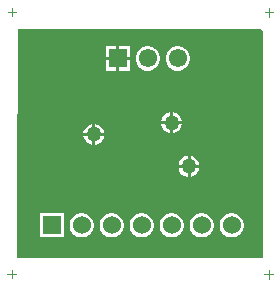
<source format=gbl>
%FSTAX23Y23*%
%MOIN*%
%SFA1B1*%

%IPPOS*%
%ADD21R,0.061024X0.061024*%
%ADD22C,0.061024*%
%ADD23C,0.060000*%
%ADD24R,0.060000X0.060000*%
%ADD30C,0.004000*%
%ADD33C,0.050000*%
%LNpcb1-1*%
%LPD*%
G36*
X04633Y0247D02*
Y01716D01*
X03815*
Y01909*
X03818Y02479*
X04629*
X04633Y0247*
G37*
%LNpcb1-2*%
%LPC*%
G36*
X04191Y02421D02*
X04156D01*
Y02386*
X04191*
Y02421*
G37*
G36*
X04146D02*
X0411D01*
Y02386*
X04146*
Y02421*
G37*
G36*
X04356D02*
X04345D01*
X04335Y02418*
X04326Y02413*
X04318Y02405*
X04313Y02396*
X0431Y02386*
Y02375*
X04313Y02365*
X04318Y02356*
X04326Y02348*
X04335Y02343*
X04345Y0234*
X04356*
X04366Y02343*
X04375Y02348*
X04383Y02356*
X04388Y02365*
X04391Y02375*
Y02386*
X04388Y02396*
X04383Y02405*
X04375Y02413*
X04366Y02418*
X04356Y02421*
G37*
G36*
X04256D02*
X04245D01*
X04235Y02418*
X04226Y02413*
X04218Y02405*
X04213Y02396*
X0421Y02386*
Y02375*
X04213Y02365*
X04218Y02356*
X04226Y02348*
X04235Y02343*
X04245Y0234*
X04256*
X04266Y02343*
X04275Y02348*
X04283Y02356*
X04288Y02365*
X04291Y02375*
Y02386*
X04288Y02396*
X04283Y02405*
X04275Y02413*
X04266Y02418*
X04256Y02421*
G37*
G36*
X04191Y02376D02*
X04156D01*
Y0234*
X04191*
Y02376*
G37*
G36*
X04146D02*
X0411D01*
Y0234*
X04146*
Y02376*
G37*
G36*
X04335Y02201D02*
Y02172D01*
X04364*
X04362Y0218*
X04358Y02188*
X04351Y02195*
X04343Y02199*
X04335Y02201*
G37*
G36*
X04325D02*
X04316Y02199D01*
X04308Y02195*
X04301Y02188*
X04297Y0218*
X04295Y02172*
X04325*
Y02201*
G37*
G36*
X04076Y02162D02*
Y02133D01*
X04106*
X04104Y02141*
X04099Y02149*
X04092Y02156*
X04085Y0216*
X04076Y02162*
G37*
G36*
X04066D02*
X04057Y0216D01*
X0405Y02156*
X04043Y02149*
X04038Y02141*
X04036Y02133*
X04066*
Y02162*
G37*
G36*
X04364Y02162D02*
X04335D01*
Y02132*
X04343Y02134*
X04351Y02138*
X04358Y02145*
X04362Y02153*
X04364Y02162*
G37*
G36*
X04325D02*
X04295D01*
X04297Y02153*
X04301Y02145*
X04308Y02138*
X04316Y02134*
X04325Y02132*
Y02162*
G37*
G36*
X04106Y02123D02*
X04076D01*
Y02093*
X04085Y02095*
X04092Y02099*
X04099Y02106*
X04104Y02114*
X04106Y02123*
G37*
G36*
X04066D02*
X04036D01*
X04038Y02114*
X04043Y02106*
X0405Y02099*
X04057Y02095*
X04066Y02093*
Y02123*
G37*
G36*
X04393Y02056D02*
Y02027D01*
X04422*
X0442Y02035*
X04416Y02043*
X04409Y0205*
X04401Y02054*
X04393Y02056*
G37*
G36*
X04383D02*
X04374Y02054D01*
X04366Y0205*
X04359Y02043*
X04355Y02035*
X04353Y02027*
X04383*
Y02056*
G37*
G36*
X04422Y02017D02*
X04393D01*
Y01987*
X04401Y01989*
X04409Y01993*
X04416Y02*
X0442Y02008*
X04422Y02017*
G37*
G36*
X04383D02*
X04353D01*
X04355Y02008*
X04359Y02*
X04366Y01993*
X04374Y01989*
X04383Y01987*
Y02017*
G37*
G36*
X04535Y01865D02*
X04524D01*
X04514Y01862*
X04505Y01857*
X04497Y01849*
X04492Y0184*
X0449Y0183*
Y01819*
X04492Y01809*
X04497Y018*
X04505Y01792*
X04514Y01787*
X04524Y01785*
X04535*
X04545Y01787*
X04554Y01792*
X04562Y018*
X04567Y01809*
X0457Y01819*
Y0183*
X04567Y0184*
X04562Y01849*
X04554Y01857*
X04545Y01862*
X04535Y01865*
G37*
G36*
X04435D02*
X04424D01*
X04414Y01862*
X04405Y01857*
X04397Y01849*
X04392Y0184*
X0439Y0183*
Y01819*
X04392Y01809*
X04397Y018*
X04405Y01792*
X04414Y01787*
X04424Y01785*
X04435*
X04445Y01787*
X04454Y01792*
X04462Y018*
X04467Y01809*
X0447Y01819*
Y0183*
X04467Y0184*
X04462Y01849*
X04454Y01857*
X04445Y01862*
X04435Y01865*
G37*
G36*
X04335D02*
X04324D01*
X04314Y01862*
X04305Y01857*
X04297Y01849*
X04292Y0184*
X0429Y0183*
Y01819*
X04292Y01809*
X04297Y018*
X04305Y01792*
X04314Y01787*
X04324Y01785*
X04335*
X04345Y01787*
X04354Y01792*
X04362Y018*
X04367Y01809*
X0437Y01819*
Y0183*
X04367Y0184*
X04362Y01849*
X04354Y01857*
X04345Y01862*
X04335Y01865*
G37*
G36*
X04235D02*
X04224D01*
X04214Y01862*
X04205Y01857*
X04197Y01849*
X04192Y0184*
X0419Y0183*
Y01819*
X04192Y01809*
X04197Y018*
X04205Y01792*
X04214Y01787*
X04224Y01785*
X04235*
X04245Y01787*
X04254Y01792*
X04262Y018*
X04267Y01809*
X0427Y01819*
Y0183*
X04267Y0184*
X04262Y01849*
X04254Y01857*
X04245Y01862*
X04235Y01865*
G37*
G36*
X04135D02*
X04124D01*
X04114Y01862*
X04105Y01857*
X04097Y01849*
X04092Y0184*
X0409Y0183*
Y01819*
X04092Y01809*
X04097Y018*
X04105Y01792*
X04114Y01787*
X04124Y01785*
X04135*
X04145Y01787*
X04154Y01792*
X04162Y018*
X04167Y01809*
X0417Y01819*
Y0183*
X04167Y0184*
X04162Y01849*
X04154Y01857*
X04145Y01862*
X04135Y01865*
G37*
G36*
X04035D02*
X04024D01*
X04014Y01862*
X04005Y01857*
X03997Y01849*
X03992Y0184*
X0399Y0183*
Y01819*
X03992Y01809*
X03997Y018*
X04005Y01792*
X04014Y01787*
X04024Y01785*
X04035*
X04045Y01787*
X04054Y01792*
X04062Y018*
X04067Y01809*
X0407Y01819*
Y0183*
X04067Y0184*
X04062Y01849*
X04054Y01857*
X04045Y01862*
X04035Y01865*
G37*
G36*
X0397D02*
X0389D01*
Y01785*
X0397*
Y01865*
G37*
%LNpcb1-3*%
%LPD*%
G54D21*
X04151Y02381D03*
G54D22*
X04251Y02381D03*
X04351D03*
G54D23*
X0453Y01825D03*
X0443D03*
X0433D03*
X0423D03*
X0413D03*
X0403D03*
G54D24*
X0393Y01825D03*
G54D30*
X03798Y02536D02*
Y0255D01*
Y02536D02*
X03812D01*
X03783D02*
X03798D01*
Y02521D02*
Y02536D01*
X04655Y02534D02*
Y02548D01*
Y02534D02*
X04669D01*
X04655Y0252D02*
Y02534D01*
X0464D02*
X04655D01*
X03782Y01663D02*
X03811D01*
X03797Y01648D02*
Y01677D01*
X04654Y01647D02*
Y01676D01*
X04639Y01662D02*
X04668D01*
G54D33*
X0433Y02167D03*
X04388Y02022D03*
X04071Y02128D03*
M02*
</source>
